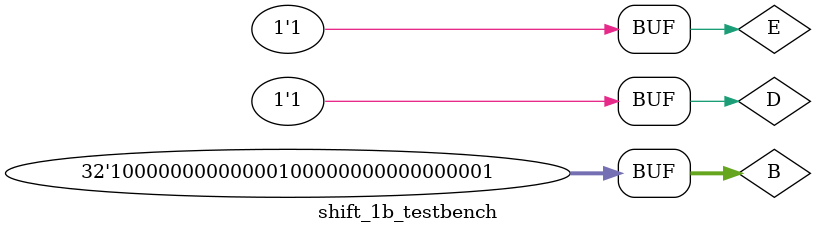
<source format=v>
`define DELAY 20
module shift_1b_testbench();

reg E, D; 
reg [31:0] B;

wire [31:0] O;

shift_1b s1btb (O, B, E, D); // E> eneble , D> direction, F> false=0

initial begin

B = 32'b10000000000000100000000000000001;

E = 1'b0; D = 1'b0;
#`DELAY;
E = 1'b0; D = 1'b1;
#`DELAY;
E = 1'b1; D = 1'b0;
#`DELAY;
E = 1'b1; D = 1'b1;
#`DELAY;

end

initial begin

$monitor("time = %2d, B = %32b, E = %1b, D = %1b, O = %32b ",$time, B, E, D, O);

end

endmodule
</source>
